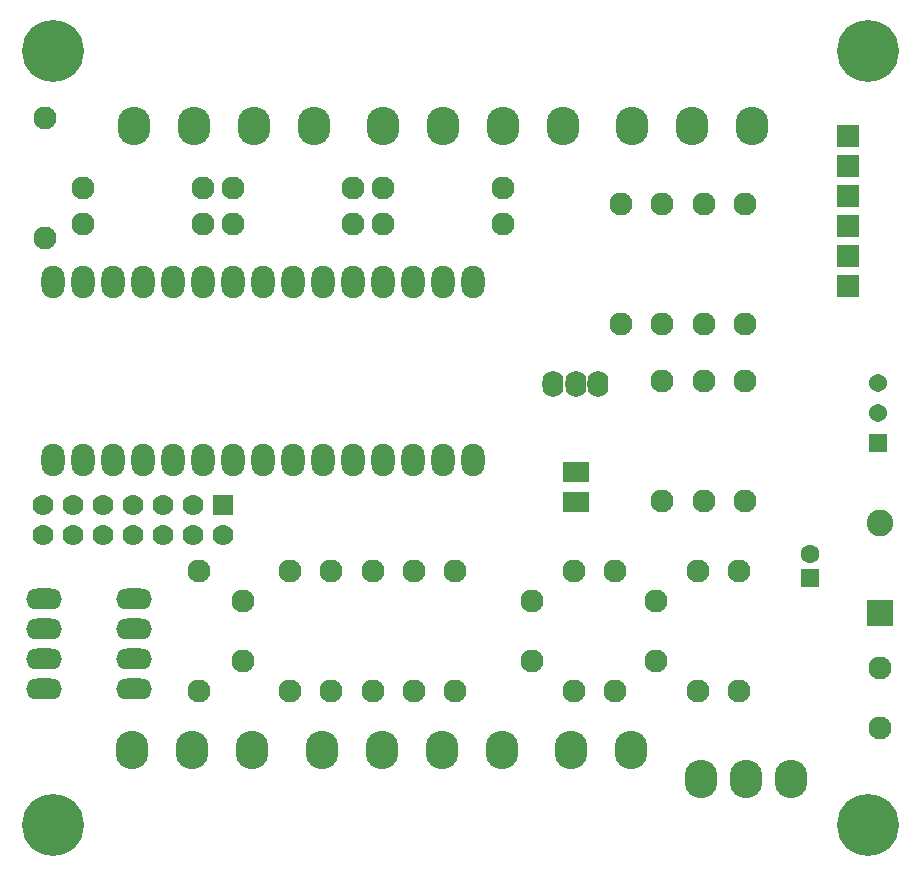
<source format=gbs>
G04 EasyPC Gerber Version 20.0.2 Build 4112 *
G04 #@! TF.Part,Single*
G04 #@! TF.FileFunction,Soldermask,Bot *
%FSLAX35Y35*%
%MOIN*%
G04 #@! TA.AperFunction,ComponentPad*
%ADD124O,0.07000X0.08874*%
%ADD121O,0.07693X0.10843*%
G04 #@! TD.AperFunction*
%ADD81O,0.10843X0.12811*%
G04 #@! TA.AperFunction,ComponentPad*
%ADD126R,0.06039X0.06039*%
%ADD128R,0.06315X0.06315*%
%ADD123R,0.07000X0.07000*%
%ADD122R,0.07500X0.07500*%
%ADD125R,0.08874X0.08874*%
%ADD127C,0.06039*%
%ADD129C,0.06315*%
G04 #@! TD.AperFunction*
%ADD79C,0.07000*%
%ADD75C,0.07693*%
%ADD77C,0.08874*%
%ADD80O,0.12000X0.07000*%
%ADD78R,0.09000X0.07000*%
%ADD73C,0.20685*%
X0Y0D02*
D02*
D73*
X15998Y15998D03*
Y273872D03*
X287652Y15998D03*
Y273872D03*
D02*
D75*
X13360Y211647D03*
Y251647D03*
X25995Y216372D03*
Y228243D03*
X64647Y60783D03*
Y100783D03*
X65995Y216372D03*
Y228243D03*
X75967Y216372D03*
X75979Y228243D03*
X79294Y70786D03*
Y90786D03*
X95042Y60796D03*
Y100796D03*
X108821Y60783D03*
Y100783D03*
X115967Y216372D03*
X115979Y228243D03*
X122601Y60783D03*
Y100783D03*
X125951Y216372D03*
Y228243D03*
X136362Y60796D03*
Y100796D03*
X150132Y60796D03*
Y100796D03*
X165951Y216372D03*
Y228243D03*
X175732Y70801D03*
Y90801D03*
X189522Y60801D03*
Y100801D03*
X203291Y60801D03*
Y100801D03*
X205289Y183063D03*
Y223063D03*
X217091Y70801D03*
Y90801D03*
X219030Y123894D03*
Y163894D03*
Y183134D03*
Y223134D03*
X230850Y60801D03*
Y100801D03*
X232848Y123911D03*
Y163911D03*
Y183063D03*
Y223063D03*
X244650Y60801D03*
Y100801D03*
X246608Y123922D03*
Y163922D03*
X246628Y183055D03*
Y223055D03*
X291766Y48301D03*
Y68301D03*
D02*
D77*
X291785Y116805D03*
D02*
D78*
X190191Y123793D03*
Y133793D03*
D02*
D79*
X12812Y112653D03*
Y122653D03*
X22812Y112653D03*
Y122653D03*
X32812Y112653D03*
Y122653D03*
X42812Y112653D03*
Y122653D03*
X52812Y112653D03*
Y122653D03*
X62812Y112653D03*
Y122653D03*
X72812Y112653D03*
D02*
D80*
X12865Y61420D03*
Y71420D03*
Y81420D03*
Y91420D03*
X42865Y61420D03*
Y71420D03*
Y81420D03*
Y91420D03*
D02*
D81*
X42428Y41033D03*
X42846Y249050D03*
X62428Y41033D03*
X62846Y249050D03*
X82428Y41033D03*
X82846Y249050D03*
X102846D03*
X105533Y41033D03*
X125533D03*
X125892Y249050D03*
X145533Y41033D03*
X145892Y249050D03*
X165533Y41033D03*
X165892Y249050D03*
X185892D03*
X188632Y41033D03*
X208632D03*
X208997Y249050D03*
X228997D03*
X232086Y31191D03*
X247086D03*
X248997Y249050D03*
X262086Y31191D03*
D02*
D121*
X15902Y137809D03*
Y196864D03*
X25902Y137809D03*
Y196864D03*
X35902Y137809D03*
Y196864D03*
X45902Y137809D03*
Y196864D03*
X55902Y137809D03*
Y196864D03*
X65902Y137809D03*
Y196864D03*
X75902Y137809D03*
Y196864D03*
X85902Y137809D03*
Y196864D03*
X95902Y137809D03*
Y196864D03*
X105902Y137809D03*
Y196864D03*
X115902Y137809D03*
Y196864D03*
X125902Y137809D03*
Y196864D03*
X135902Y137809D03*
Y196864D03*
X145902Y137809D03*
Y196864D03*
X155902Y137809D03*
Y196864D03*
D02*
D122*
X281096Y195654D03*
Y205654D03*
Y215654D03*
Y225654D03*
Y235654D03*
Y245654D03*
D02*
D123*
X72812Y122653D03*
D02*
D124*
X182691Y162986D03*
X190191D03*
X197691D03*
D02*
D125*
X291785Y86805D03*
D02*
D126*
X291057Y143281D03*
D02*
D127*
Y153281D03*
Y163281D03*
D02*
D128*
X268242Y98429D03*
D02*
D129*
Y106303D03*
X0Y0D02*
M02*

</source>
